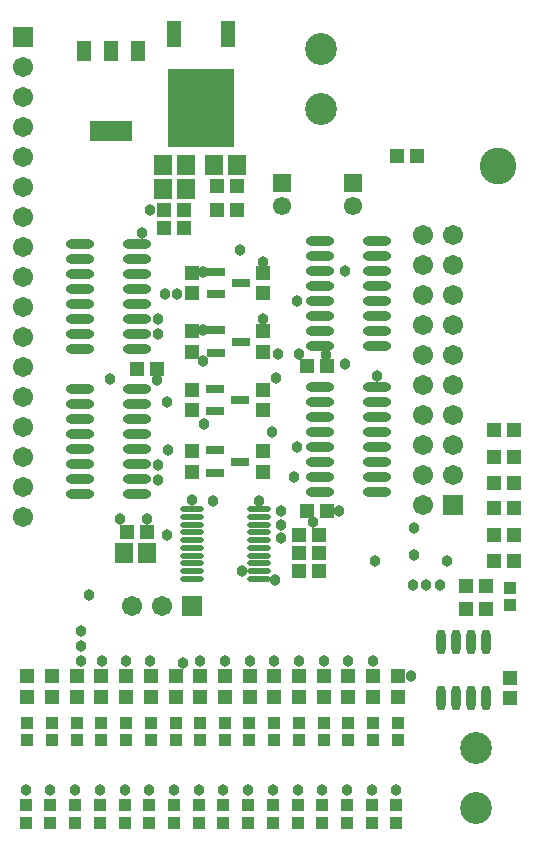
<source format=gts>
%FSDAX24Y24*%
%MOIN*%
%SFA1B1*%

%IPPOS*%
%ADD40R,0.051300X0.047400*%
%ADD41R,0.047400X0.051300*%
%ADD42R,0.059200X0.067100*%
%ADD43R,0.039500X0.039500*%
%ADD44R,0.059200X0.031600*%
%ADD45O,0.094600X0.031600*%
%ADD46O,0.031600X0.082800*%
%ADD47O,0.078900X0.021800*%
%ADD48R,0.045400X0.090700*%
%ADD49R,0.224500X0.263900*%
%ADD50R,0.051300X0.069000*%
%ADD51R,0.051300X0.069000*%
%ADD52R,0.143800X0.069000*%
%ADD53C,0.122000*%
%ADD54C,0.061100*%
%ADD55R,0.061100X0.061100*%
%ADD56C,0.106400*%
%ADD57C,0.067100*%
%ADD58R,0.067100X0.067100*%
%ADD59R,0.067100X0.067100*%
%ADD60C,0.038000*%
%LNde-260124-1*%
%LPD*%
G54D40*
X024015Y024400D03*
X024685D03*
X024015Y029250D03*
X024685D03*
X023765Y022400D03*
X024435D03*
X019935Y033850D03*
X019265D03*
X018685Y023700D03*
X018015D03*
X023765Y023000D03*
X024435D03*
X023765Y023600D03*
X024435D03*
X019035Y029150D03*
X018365D03*
X021685Y034450D03*
X021015D03*
X021685Y035250D03*
X021015D03*
X027015Y036250D03*
X027685D03*
X019265Y034450D03*
X019935D03*
X030265Y027100D03*
X030935D03*
X030265Y026200D03*
X030935D03*
X030265Y025350D03*
X030935D03*
X030265Y024500D03*
X030935D03*
X030265Y023600D03*
X030935D03*
X030265Y022750D03*
X030935D03*
X029985Y021150D03*
X029315D03*
X029985Y021900D03*
X029315D03*
G54D41*
X030800Y018165D03*
Y018835D03*
X015523Y018885D03*
Y018215D03*
X016347Y018885D03*
Y018215D03*
X017170Y018885D03*
Y018215D03*
X017993Y018885D03*
Y018215D03*
X018817Y018885D03*
Y018215D03*
X019640Y018885D03*
Y018215D03*
X020463Y018885D03*
Y018215D03*
X021287Y018885D03*
Y018215D03*
X022110Y018885D03*
Y018215D03*
X022933Y018885D03*
Y018215D03*
X023757Y018885D03*
Y018215D03*
X024580Y018885D03*
Y018215D03*
X025403Y018885D03*
Y018215D03*
X026227Y018885D03*
Y018215D03*
X027050Y018885D03*
Y018215D03*
X022550Y031665D03*
Y032335D03*
X020200Y031665D03*
Y032335D03*
Y029715D03*
Y030385D03*
X022550Y029715D03*
Y030385D03*
Y025715D03*
Y026385D03*
X020200Y025715D03*
Y026385D03*
X014700Y018885D03*
Y018215D03*
X022550Y028435D03*
Y027765D03*
X020200Y028435D03*
Y027765D03*
G54D42*
X018674Y023000D03*
X017926D03*
X020926Y035950D03*
X021674D03*
X019974Y035150D03*
X019226D03*
X019974Y035950D03*
X019226D03*
G54D43*
X014700Y017345D03*
Y016755D03*
X015523Y017345D03*
Y016755D03*
X016347Y017345D03*
Y016755D03*
X017170Y017345D03*
Y016755D03*
X017993Y017345D03*
Y016755D03*
X018817Y017345D03*
Y016755D03*
X019640Y017345D03*
Y016755D03*
X020463Y017345D03*
Y016755D03*
X021287Y017345D03*
Y016755D03*
X022100Y017345D03*
Y016755D03*
X022933Y017345D03*
Y016755D03*
X023757Y017345D03*
Y016755D03*
X024580Y017345D03*
Y016755D03*
X025403Y017345D03*
Y016755D03*
X026227Y017345D03*
Y016755D03*
X027050Y017345D03*
Y016755D03*
X027000Y014005D03*
Y014595D03*
X026177Y014005D03*
Y014595D03*
X025353Y014005D03*
Y014595D03*
X024530Y014005D03*
Y014595D03*
X023707Y014005D03*
Y014595D03*
X022883Y014005D03*
Y014595D03*
X022060Y014005D03*
Y014595D03*
X021237Y014005D03*
Y014595D03*
X020413Y014005D03*
Y014595D03*
X019590Y014005D03*
Y014595D03*
X018767Y014005D03*
Y014595D03*
X017943Y014005D03*
Y014595D03*
X030800Y021255D03*
Y021845D03*
X017120Y014005D03*
Y014595D03*
X016297Y014005D03*
Y014595D03*
X015473Y014005D03*
Y014595D03*
X014650Y014009D03*
Y014600D03*
G54D44*
X020987Y032374D03*
Y031626D03*
X021813Y032000D03*
X020973Y026424D03*
Y025676D03*
X021800Y026050D03*
X020987Y030424D03*
Y029676D03*
X021813Y030050D03*
X020973Y028474D03*
Y027726D03*
X021800Y028100D03*
G54D45*
X024460Y028550D03*
Y028050D03*
Y027550D03*
Y027050D03*
Y026550D03*
Y026050D03*
Y025550D03*
Y025050D03*
X026350Y028550D03*
Y028050D03*
Y027550D03*
Y027050D03*
Y026550D03*
Y026050D03*
Y025550D03*
Y025050D03*
X024450Y033400D03*
Y032900D03*
Y032400D03*
Y031900D03*
Y031400D03*
Y030900D03*
Y030400D03*
Y029900D03*
X026340Y033400D03*
Y032900D03*
Y032400D03*
Y031900D03*
Y031400D03*
Y030900D03*
Y030400D03*
Y029900D03*
X018345Y029804D03*
Y030304D03*
Y030804D03*
Y031304D03*
Y031804D03*
Y032304D03*
Y032804D03*
Y033304D03*
X016455Y029804D03*
Y030304D03*
Y030804D03*
Y031304D03*
Y031804D03*
Y032304D03*
Y032804D03*
Y033304D03*
X018350Y024954D03*
Y025454D03*
Y025954D03*
Y026454D03*
Y026954D03*
Y027454D03*
Y027954D03*
Y028454D03*
X016460Y024954D03*
Y025454D03*
Y025954D03*
Y026454D03*
Y026954D03*
Y027454D03*
Y027954D03*
Y028454D03*
G54D46*
X028500Y018175D03*
X029000D03*
X029500D03*
X030000D03*
X028500Y020025D03*
X029000D03*
X029500D03*
X030000D03*
G54D47*
X022422Y022148D03*
Y022404D03*
Y022660D03*
Y022916D03*
Y023172D03*
Y023428D03*
Y023684D03*
Y023940D03*
Y024196D03*
Y024452D03*
X020178Y022148D03*
Y022404D03*
Y022660D03*
Y022916D03*
Y023172D03*
Y023428D03*
Y023684D03*
Y023940D03*
Y024196D03*
Y024452D03*
G54D48*
X021400Y040300D03*
X019605D03*
G54D49*
X020502Y037820D03*
G54D50*
X018405Y039729D03*
G54D51*
X017500Y039729D03*
X016594D03*
G54D52*
X017500Y037071D03*
G54D53*
X030400Y035900D03*
G54D54*
X023200Y034556D03*
X025550D03*
G54D55*
X023200Y035344D03*
X025550D03*
G54D56*
X029650Y014516D03*
Y016484D03*
X024500Y037816D03*
Y039784D03*
G54D57*
X027900Y033600D03*
X028900D03*
X027900Y032600D03*
X028900D03*
X027900Y031600D03*
X028900D03*
X027900Y030600D03*
X028900D03*
X027900Y029600D03*
X028900D03*
X027900Y028600D03*
X028900D03*
X027900Y027600D03*
X028900D03*
X027900Y026600D03*
X028900D03*
X027900Y025600D03*
X028900D03*
X027900Y024600D03*
X018178Y021250D03*
X019178D03*
X014550Y039200D03*
Y038200D03*
Y037200D03*
Y036200D03*
Y035200D03*
Y034200D03*
Y033200D03*
Y032200D03*
Y031200D03*
Y030200D03*
Y029200D03*
Y028200D03*
Y027200D03*
Y026200D03*
Y025200D03*
Y024200D03*
G54D58*
X028900Y024600D03*
X014550Y040200D03*
G54D59*
X020178Y021250D03*
G54D60*
X025100Y024400D03*
X020900Y024750D03*
X019900Y019350D03*
X020450Y019400D03*
X019350Y023600D03*
X018700Y024150D03*
X018800Y034450D03*
X020550Y030450D03*
Y032374D03*
X022550Y032700D03*
Y030800D03*
X022850Y027050D03*
X024650Y029600D03*
X019050Y025450D03*
X018522Y033672D03*
X019050Y030300D03*
X026350Y028900D03*
X023750Y029650D03*
X019035Y028765D03*
X017450Y028800D03*
X022950Y022100D03*
X020550Y029400D03*
X022422Y024728D03*
X025300Y032400D03*
Y029300D03*
X019400Y026450D03*
X019050Y030800D03*
X019300Y031650D03*
X019050Y025950D03*
X021800Y033100D03*
X014650Y015100D03*
X015473D03*
X016297D03*
X017120D03*
X017943D03*
X018767D03*
X019590D03*
X020413D03*
X021237D03*
X022060D03*
X022883D03*
X023707D03*
X024530D03*
X025353D03*
X026177D03*
X027000D03*
X026227Y019400D03*
X022110D03*
X022933D03*
X023757D03*
X024580D03*
X025403D03*
X021287D03*
X023600Y025550D03*
X028450Y021950D03*
X028000D03*
X027550D03*
X027500Y018900D03*
X023150Y023950D03*
Y024400D03*
X018800Y019400D03*
X016500D03*
X017200D03*
X018000D03*
X023050Y029650D03*
X023700Y031400D03*
Y026550D03*
X023150Y023500D03*
X016500Y019900D03*
Y020400D03*
X020178Y024778D03*
X019700Y031650D03*
X027600Y022950D03*
Y023850D03*
X028700Y022750D03*
X026300D03*
X021850Y022400D03*
X020600Y027300D03*
X017250Y037100D03*
X017650D03*
X018000D03*
X019950Y037800D03*
Y037350D03*
Y036900D03*
Y038250D03*
X020450Y036900D03*
Y037350D03*
X020452Y037770D03*
X020950Y038700D03*
Y038250D03*
Y037800D03*
Y037350D03*
Y036900D03*
X023000Y028850D03*
X019350Y028050D03*
X017800Y024150D03*
X024225Y024025D03*
X016750Y021600D03*
M02*
</source>
